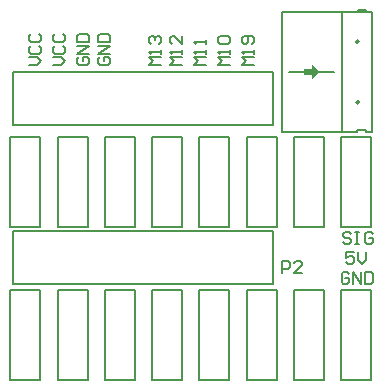
<source format=gto>
G04 Layer_Color=65535*
%FSLAX44Y44*%
%MOMM*%
G71*
G01*
G75*
%ADD15C,0.1778*%
%ADD16C,0.2000*%
%ADD17C,0.1270*%
G36*
X263850Y47900D02*
X257500Y41550D01*
Y45360D01*
X251150D01*
Y50440D01*
X257500D01*
Y54250D01*
X263850Y47900D01*
D02*
G37*
D15*
X297734Y73300D02*
G03*
X297734Y73300I-1626J0D01*
G01*
X297988Y21992D02*
G03*
X297988Y21992I-1626J0D01*
G01*
X232100Y-2900D02*
Y98700D01*
X296870Y100224D02*
X303220D01*
X270200Y98700D02*
X308300D01*
Y-2900D02*
Y98700D01*
X303728Y-2900D02*
X308300D01*
X303728D02*
Y-1630D01*
X295854D02*
X303728D01*
X295854Y-2900D02*
Y-1630D01*
X232100Y-2900D02*
X295854D01*
X232100Y98700D02*
X270200D01*
X282900Y-2646D02*
Y98192D01*
D16*
X5000Y-132000D02*
Y-115000D01*
Y-132000D02*
X225000D01*
X5000D02*
Y-87000D01*
X225000Y-132000D02*
Y-87000D01*
X5000D02*
X225000D01*
X5000Y3000D02*
Y20000D01*
Y3000D02*
X225000D01*
X5000D02*
Y48000D01*
X225000Y3000D02*
Y48000D01*
X5000D02*
X225000D01*
X238450Y47900D02*
X276550D01*
X2300Y-83500D02*
X27700D01*
X2300D02*
Y-7300D01*
X27700D01*
Y-83500D02*
Y-7300D01*
X42300Y-83500D02*
X67700D01*
X42300D02*
Y-7300D01*
X67700D01*
Y-83500D02*
Y-7300D01*
X82300Y-83500D02*
X107700D01*
X82300D02*
Y-7300D01*
X107700D01*
Y-83500D02*
Y-7300D01*
X122300Y-83500D02*
X147700D01*
X122300D02*
Y-7300D01*
X147700D01*
Y-83500D02*
Y-7300D01*
X162300Y-83500D02*
X187700D01*
X162300D02*
Y-7300D01*
X187700D01*
Y-83500D02*
Y-7300D01*
X82300Y-213500D02*
X107700D01*
X82300D02*
Y-137300D01*
X107700D01*
Y-213500D02*
Y-137300D01*
X202300Y-83500D02*
X227700D01*
X202300D02*
Y-7300D01*
X227700D01*
Y-83500D02*
Y-7300D01*
X122300Y-213500D02*
X147700D01*
X122300D02*
Y-137300D01*
X147700D01*
Y-213500D02*
Y-137300D01*
X242300Y-83500D02*
X267700D01*
X242300D02*
Y-7300D01*
X267700D01*
Y-83500D02*
Y-7300D01*
X162300Y-213500D02*
X187700D01*
X162300D02*
Y-137300D01*
X187700D01*
Y-213500D02*
Y-137300D01*
X282300Y-83500D02*
X307700D01*
X282300D02*
Y-7300D01*
X307700D01*
Y-83500D02*
Y-7300D01*
X202300Y-213500D02*
X227700D01*
X202300D02*
Y-137300D01*
X227700D01*
Y-213500D02*
Y-137300D01*
X2300Y-213500D02*
X27700D01*
X2300D02*
Y-137300D01*
X27700D01*
Y-213500D02*
Y-137300D01*
X242300Y-213500D02*
X267700D01*
X242300D02*
Y-137300D01*
X267700D01*
Y-213500D02*
Y-137300D01*
X42300Y-213500D02*
X67700D01*
X42300D02*
Y-137300D01*
X67700D01*
Y-213500D02*
Y-137300D01*
X282300Y-213500D02*
X307700D01*
X282300D02*
Y-137300D01*
X307700D01*
Y-213500D02*
Y-137300D01*
D17*
X208280Y53340D02*
X198283D01*
X201616Y56672D01*
X198283Y60005D01*
X208280D01*
Y63337D02*
Y66669D01*
Y65003D01*
X198283D01*
X199949Y63337D01*
X206614Y71667D02*
X208280Y73334D01*
Y76666D01*
X206614Y78332D01*
X199949D01*
X198283Y76666D01*
Y73334D01*
X199949Y71667D01*
X201616D01*
X203282Y73334D01*
Y78332D01*
X187960Y53340D02*
X177963D01*
X181296Y56672D01*
X177963Y60005D01*
X187960D01*
Y63337D02*
Y66669D01*
Y65003D01*
X177963D01*
X179629Y63337D01*
Y71667D02*
X177963Y73334D01*
Y76666D01*
X179629Y78332D01*
X186294D01*
X187960Y76666D01*
Y73334D01*
X186294Y71667D01*
X179629D01*
X167640Y53340D02*
X157643D01*
X160975Y56672D01*
X157643Y60005D01*
X167640D01*
Y63337D02*
Y66669D01*
Y65003D01*
X157643D01*
X159309Y63337D01*
X167640Y71667D02*
Y75000D01*
Y73334D01*
X157643D01*
X159309Y71667D01*
X147320Y53340D02*
X137323D01*
X140655Y56672D01*
X137323Y60005D01*
X147320D01*
Y63337D02*
Y66669D01*
Y65003D01*
X137323D01*
X138989Y63337D01*
X147320Y78332D02*
Y71667D01*
X140655Y78332D01*
X138989D01*
X137323Y76666D01*
Y73334D01*
X138989Y71667D01*
X129540Y53340D02*
X119543D01*
X122875Y56672D01*
X119543Y60005D01*
X129540D01*
Y63337D02*
Y66669D01*
Y65003D01*
X119543D01*
X121209Y63337D01*
Y71667D02*
X119543Y73334D01*
Y76666D01*
X121209Y78332D01*
X122875D01*
X124542Y76666D01*
Y75000D01*
Y76666D01*
X126208Y78332D01*
X127874D01*
X129540Y76666D01*
Y73334D01*
X127874Y71667D01*
X78029Y60005D02*
X76363Y58338D01*
Y55006D01*
X78029Y53340D01*
X84694D01*
X86360Y55006D01*
Y58338D01*
X84694Y60005D01*
X81362D01*
Y56672D01*
X86360Y63337D02*
X76363D01*
X86360Y70001D01*
X76363D01*
Y73334D02*
X86360D01*
Y78332D01*
X84694Y79998D01*
X78029D01*
X76363Y78332D01*
Y73334D01*
X60249Y60005D02*
X58583Y58338D01*
Y55006D01*
X60249Y53340D01*
X66914D01*
X68580Y55006D01*
Y58338D01*
X66914Y60005D01*
X63582D01*
Y56672D01*
X68580Y63337D02*
X58583D01*
X68580Y70001D01*
X58583D01*
Y73334D02*
X68580D01*
Y78332D01*
X66914Y79998D01*
X60249D01*
X58583Y78332D01*
Y73334D01*
X38263Y53340D02*
X44928D01*
X48260Y56672D01*
X44928Y60005D01*
X38263D01*
X39929Y70001D02*
X38263Y68335D01*
Y65003D01*
X39929Y63337D01*
X46594D01*
X48260Y65003D01*
Y68335D01*
X46594Y70001D01*
X39929Y79998D02*
X38263Y78332D01*
Y75000D01*
X39929Y73334D01*
X46594D01*
X48260Y75000D01*
Y78332D01*
X46594Y79998D01*
X17943Y53340D02*
X24608D01*
X27940Y56672D01*
X24608Y60005D01*
X17943D01*
X19609Y70001D02*
X17943Y68335D01*
Y65003D01*
X19609Y63337D01*
X26274D01*
X27940Y65003D01*
Y68335D01*
X26274Y70001D01*
X19609Y79998D02*
X17943Y78332D01*
Y75000D01*
X19609Y73334D01*
X26274D01*
X27940Y75000D01*
Y78332D01*
X26274Y79998D01*
X232500Y-122500D02*
Y-112503D01*
X237498D01*
X239165Y-114169D01*
Y-117502D01*
X237498Y-119168D01*
X232500D01*
X249161Y-122500D02*
X242497D01*
X249161Y-115836D01*
Y-114169D01*
X247495Y-112503D01*
X244163D01*
X242497Y-114169D01*
X289397Y-123079D02*
X287731Y-121413D01*
X284399D01*
X282733Y-123079D01*
Y-129744D01*
X284399Y-131410D01*
X287731D01*
X289397Y-129744D01*
Y-126412D01*
X286065D01*
X292730Y-131410D02*
Y-121413D01*
X299394Y-131410D01*
Y-121413D01*
X302726D02*
Y-131410D01*
X307725D01*
X309391Y-129744D01*
Y-123079D01*
X307725Y-121413D01*
X302726D01*
X293463Y-104722D02*
X286799D01*
Y-109721D01*
X290131Y-108055D01*
X291797D01*
X293463Y-109721D01*
Y-113053D01*
X291797Y-114719D01*
X288465D01*
X286799Y-113053D01*
X296796Y-104722D02*
Y-111387D01*
X300128Y-114719D01*
X303460Y-111387D01*
Y-104722D01*
X290848Y-89741D02*
X289182Y-88075D01*
X285850D01*
X284184Y-89741D01*
Y-91407D01*
X285850Y-93074D01*
X289182D01*
X290848Y-94740D01*
Y-96406D01*
X289182Y-98072D01*
X285850D01*
X284184Y-96406D01*
X294181Y-88075D02*
X297513D01*
X295847D01*
Y-98072D01*
X294181D01*
X297513D01*
X309176Y-89741D02*
X307510Y-88075D01*
X304177D01*
X302511Y-89741D01*
Y-96406D01*
X304177Y-98072D01*
X307510D01*
X309176Y-96406D01*
Y-93074D01*
X305844D01*
M02*

</source>
